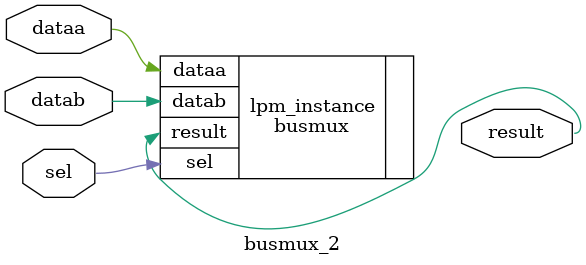
<source format=v>



module busmux_2(sel,dataa,datab,result);
input sel;
input [0:0] dataa;
input [0:0] datab;
output [0:0] result;

busmux	lpm_instance(.sel(sel),.dataa(dataa),.datab(datab),.result(result));
	defparam	lpm_instance.width = 1;

endmodule

</source>
